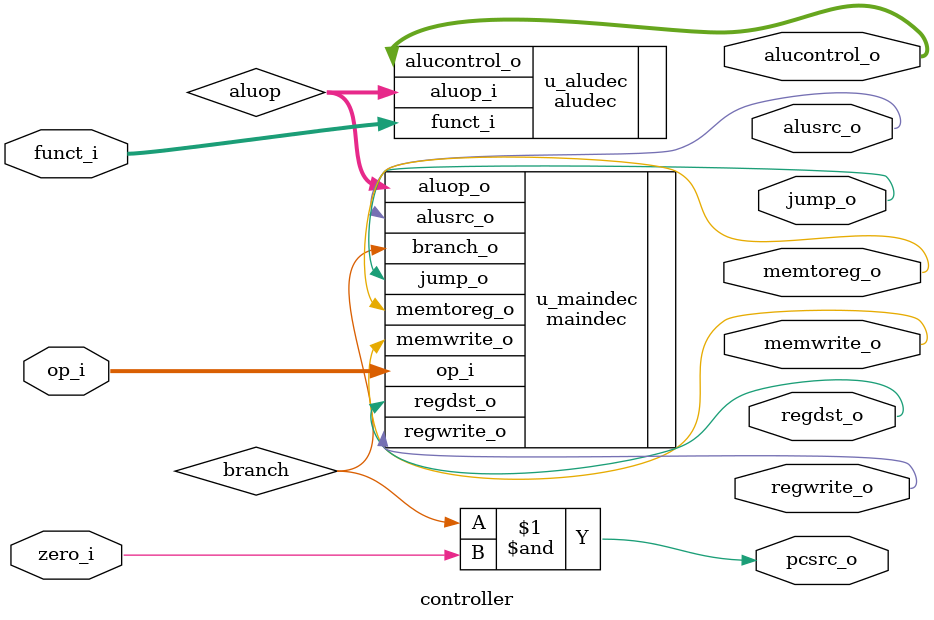
<source format=v>
`timescale 1ns / 1ps


module controller(
	input		[5:0] 	op_i,
	input		[5:0] 	funct_i,
	input 				zero_i,
	output				memtoreg_o,
	output				memwrite_o,
	output				pcsrc_o,
	output				alusrc_o,
	output				regdst_o,
	output				regwrite_o,
	output				jump_o,
	output		[3:0] 	alucontrol_o
    );

	wire		[2:0] 	aluop;
	wire 				branch;

	maindec u_maindec(
		.op_i       (op_i       ),
		.memtoreg_o (memtoreg_o ),
		.memwrite_o (memwrite_o ),
		.branch_o   (branch     ),
		.alusrc_o   (alusrc_o   ),
		.regdst_o   (regdst_o   ),
		.regwrite_o (regwrite_o ),
		.jump_o     (jump_o     ),
		.aluop_o    (aluop      )
	);
	
	aludec u_aludec(
		.funct_i    	(funct_i      ),
		.aluop_i    	(aluop        ),
		.alucontrol_o	(alucontrol_o )
	);

	assign pcsrc_o = branch & zero_i;
endmodule

</source>
